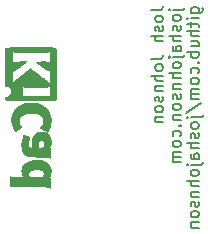
<source format=gbr>
G04 #@! TF.GenerationSoftware,KiCad,Pcbnew,(5.1.2)-1*
G04 #@! TF.CreationDate,2019-07-17T11:01:52+10:00*
G04 #@! TF.ProjectId,led-wing,6c65642d-7769-46e6-972e-6b696361645f,0*
G04 #@! TF.SameCoordinates,Original*
G04 #@! TF.FileFunction,Legend,Bot*
G04 #@! TF.FilePolarity,Positive*
%FSLAX46Y46*%
G04 Gerber Fmt 4.6, Leading zero omitted, Abs format (unit mm)*
G04 Created by KiCad (PCBNEW (5.1.2)-1) date 2019-07-17 11:01:52*
%MOMM*%
%LPD*%
G04 APERTURE LIST*
%ADD10C,0.010000*%
%ADD11C,0.150000*%
G04 APERTURE END LIST*
D10*
G36*
X104657150Y-115647464D02*
G01*
X104987052Y-115649006D01*
X105269981Y-115650566D01*
X105509761Y-115652261D01*
X105710219Y-115654208D01*
X105875181Y-115656523D01*
X106008472Y-115659322D01*
X106113918Y-115662724D01*
X106195345Y-115666844D01*
X106256580Y-115671799D01*
X106301447Y-115677707D01*
X106333774Y-115684683D01*
X106357385Y-115692845D01*
X106371650Y-115699802D01*
X106454200Y-115744904D01*
X106454200Y-114930800D01*
X106378000Y-114930800D01*
X106324452Y-114927441D01*
X106301804Y-114919351D01*
X106301800Y-114919227D01*
X106314784Y-114893109D01*
X106347537Y-114840726D01*
X106365421Y-114813903D01*
X106432647Y-114681603D01*
X106479589Y-114521937D01*
X106503338Y-114353022D01*
X106500984Y-114192977D01*
X106481247Y-114092600D01*
X106399939Y-113908538D01*
X106278200Y-113743410D01*
X106125510Y-113608517D01*
X106023694Y-113547155D01*
X105866029Y-113479731D01*
X105699951Y-113435855D01*
X105511403Y-113412714D01*
X105324913Y-113407241D01*
X105311200Y-113408002D01*
X105311200Y-114208136D01*
X105486895Y-114212634D01*
X105620414Y-114226249D01*
X105719949Y-114251477D01*
X105793691Y-114290812D01*
X105849831Y-114346751D01*
X105872170Y-114379016D01*
X105910164Y-114485421D01*
X105907176Y-114611144D01*
X105863728Y-114746203D01*
X105851773Y-114770499D01*
X105801557Y-114867300D01*
X105252487Y-114874142D01*
X104703416Y-114880985D01*
X104659454Y-114813891D01*
X104632707Y-114750360D01*
X104612044Y-114660668D01*
X104605065Y-114602633D01*
X104601970Y-114514255D01*
X104612095Y-114455291D01*
X104640683Y-114404985D01*
X104661568Y-114378927D01*
X104735167Y-114311583D01*
X104830737Y-114262664D01*
X104955234Y-114230341D01*
X105115611Y-114212787D01*
X105311200Y-114208136D01*
X105311200Y-113408002D01*
X105028965Y-113423675D01*
X104769134Y-113471542D01*
X104546509Y-113550171D01*
X104362180Y-113658889D01*
X104217237Y-113797025D01*
X104112768Y-113963906D01*
X104049864Y-114158860D01*
X104042835Y-114198170D01*
X104034575Y-114313703D01*
X104041429Y-114441063D01*
X104060852Y-114567661D01*
X104090299Y-114680912D01*
X104127225Y-114768228D01*
X104167815Y-114816262D01*
X104192282Y-114837127D01*
X104187192Y-114853170D01*
X104148657Y-114864925D01*
X104072788Y-114872924D01*
X103955701Y-114877702D01*
X103793506Y-114879793D01*
X103703670Y-114880000D01*
X103529573Y-114879477D01*
X103398217Y-114877469D01*
X103301550Y-114873311D01*
X103231519Y-114866343D01*
X103180073Y-114855901D01*
X103139158Y-114841322D01*
X103119470Y-114831938D01*
X103025200Y-114783876D01*
X103025200Y-115640228D01*
X104657150Y-115647464D01*
X104657150Y-115647464D01*
G37*
X104657150Y-115647464D02*
X104987052Y-115649006D01*
X105269981Y-115650566D01*
X105509761Y-115652261D01*
X105710219Y-115654208D01*
X105875181Y-115656523D01*
X106008472Y-115659322D01*
X106113918Y-115662724D01*
X106195345Y-115666844D01*
X106256580Y-115671799D01*
X106301447Y-115677707D01*
X106333774Y-115684683D01*
X106357385Y-115692845D01*
X106371650Y-115699802D01*
X106454200Y-115744904D01*
X106454200Y-114930800D01*
X106378000Y-114930800D01*
X106324452Y-114927441D01*
X106301804Y-114919351D01*
X106301800Y-114919227D01*
X106314784Y-114893109D01*
X106347537Y-114840726D01*
X106365421Y-114813903D01*
X106432647Y-114681603D01*
X106479589Y-114521937D01*
X106503338Y-114353022D01*
X106500984Y-114192977D01*
X106481247Y-114092600D01*
X106399939Y-113908538D01*
X106278200Y-113743410D01*
X106125510Y-113608517D01*
X106023694Y-113547155D01*
X105866029Y-113479731D01*
X105699951Y-113435855D01*
X105511403Y-113412714D01*
X105324913Y-113407241D01*
X105311200Y-113408002D01*
X105311200Y-114208136D01*
X105486895Y-114212634D01*
X105620414Y-114226249D01*
X105719949Y-114251477D01*
X105793691Y-114290812D01*
X105849831Y-114346751D01*
X105872170Y-114379016D01*
X105910164Y-114485421D01*
X105907176Y-114611144D01*
X105863728Y-114746203D01*
X105851773Y-114770499D01*
X105801557Y-114867300D01*
X105252487Y-114874142D01*
X104703416Y-114880985D01*
X104659454Y-114813891D01*
X104632707Y-114750360D01*
X104612044Y-114660668D01*
X104605065Y-114602633D01*
X104601970Y-114514255D01*
X104612095Y-114455291D01*
X104640683Y-114404985D01*
X104661568Y-114378927D01*
X104735167Y-114311583D01*
X104830737Y-114262664D01*
X104955234Y-114230341D01*
X105115611Y-114212787D01*
X105311200Y-114208136D01*
X105311200Y-113408002D01*
X105028965Y-113423675D01*
X104769134Y-113471542D01*
X104546509Y-113550171D01*
X104362180Y-113658889D01*
X104217237Y-113797025D01*
X104112768Y-113963906D01*
X104049864Y-114158860D01*
X104042835Y-114198170D01*
X104034575Y-114313703D01*
X104041429Y-114441063D01*
X104060852Y-114567661D01*
X104090299Y-114680912D01*
X104127225Y-114768228D01*
X104167815Y-114816262D01*
X104192282Y-114837127D01*
X104187192Y-114853170D01*
X104148657Y-114864925D01*
X104072788Y-114872924D01*
X103955701Y-114877702D01*
X103793506Y-114879793D01*
X103703670Y-114880000D01*
X103529573Y-114879477D01*
X103398217Y-114877469D01*
X103301550Y-114873311D01*
X103231519Y-114866343D01*
X103180073Y-114855901D01*
X103139158Y-114841322D01*
X103119470Y-114831938D01*
X103025200Y-114783876D01*
X103025200Y-115640228D01*
X104657150Y-115647464D01*
G36*
X104052359Y-112427620D02*
G01*
X104092264Y-112603576D01*
X104136895Y-112722513D01*
X104192778Y-112815098D01*
X104266360Y-112897779D01*
X104321188Y-112950917D01*
X104372829Y-112994396D01*
X104426992Y-113029291D01*
X104489387Y-113056676D01*
X104565723Y-113077624D01*
X104661710Y-113093209D01*
X104783058Y-113104504D01*
X104935475Y-113112585D01*
X105124670Y-113118523D01*
X105356355Y-113123394D01*
X105477477Y-113125549D01*
X105709434Y-113129807D01*
X105896051Y-113133930D01*
X106042785Y-113138276D01*
X106155095Y-113143203D01*
X106238437Y-113149068D01*
X106298269Y-113156231D01*
X106340049Y-113165049D01*
X106369234Y-113175880D01*
X106385527Y-113185135D01*
X106454200Y-113230171D01*
X106454200Y-112419418D01*
X106300698Y-112403500D01*
X106368483Y-112304102D01*
X106447254Y-112147946D01*
X106493178Y-111967092D01*
X106504137Y-111777295D01*
X106478011Y-111594309D01*
X106468436Y-111560834D01*
X106386112Y-111374429D01*
X106268585Y-111223520D01*
X106119321Y-111110652D01*
X105941786Y-111038375D01*
X105739443Y-111009235D01*
X105717600Y-111008788D01*
X105688545Y-111009452D01*
X105688545Y-111737707D01*
X105777884Y-111741963D01*
X105808502Y-111752090D01*
X105889089Y-111814779D01*
X105943481Y-111909723D01*
X105967352Y-112023327D01*
X105956378Y-112141996D01*
X105944508Y-112179596D01*
X105902968Y-112266783D01*
X105850366Y-112322424D01*
X105775280Y-112352894D01*
X105666289Y-112364566D01*
X105611572Y-112365400D01*
X105412800Y-112365400D01*
X105412800Y-112199484D01*
X105427824Y-112035747D01*
X105470733Y-111897128D01*
X105531555Y-111801676D01*
X105598298Y-111759069D01*
X105688545Y-111737707D01*
X105688545Y-111009452D01*
X105603273Y-111011403D01*
X105515974Y-111025051D01*
X105432311Y-111054550D01*
X105382215Y-111077882D01*
X105225636Y-111182223D01*
X105099758Y-111326604D01*
X105004878Y-111510369D01*
X104941291Y-111732862D01*
X104909295Y-111993426D01*
X104905241Y-112133794D01*
X104904800Y-112372088D01*
X104801228Y-112358196D01*
X104687960Y-112322262D01*
X104609507Y-112250344D01*
X104566163Y-112143724D01*
X104558223Y-112003687D01*
X104585980Y-111831516D01*
X104640144Y-111654509D01*
X104667413Y-111570051D01*
X104682373Y-111505058D01*
X104681908Y-111473195D01*
X104681589Y-111472862D01*
X104649872Y-111455276D01*
X104583912Y-111425180D01*
X104496745Y-111387902D01*
X104401404Y-111348773D01*
X104310925Y-111313122D01*
X104238340Y-111286280D01*
X104196685Y-111273575D01*
X104193302Y-111273200D01*
X104174617Y-111294990D01*
X104168200Y-111338447D01*
X104162037Y-111390031D01*
X104145424Y-111476850D01*
X104121175Y-111585103D01*
X104102173Y-111662297D01*
X104051360Y-111928096D01*
X104034718Y-112186776D01*
X104052359Y-112427620D01*
X104052359Y-112427620D01*
G37*
X104052359Y-112427620D02*
X104092264Y-112603576D01*
X104136895Y-112722513D01*
X104192778Y-112815098D01*
X104266360Y-112897779D01*
X104321188Y-112950917D01*
X104372829Y-112994396D01*
X104426992Y-113029291D01*
X104489387Y-113056676D01*
X104565723Y-113077624D01*
X104661710Y-113093209D01*
X104783058Y-113104504D01*
X104935475Y-113112585D01*
X105124670Y-113118523D01*
X105356355Y-113123394D01*
X105477477Y-113125549D01*
X105709434Y-113129807D01*
X105896051Y-113133930D01*
X106042785Y-113138276D01*
X106155095Y-113143203D01*
X106238437Y-113149068D01*
X106298269Y-113156231D01*
X106340049Y-113165049D01*
X106369234Y-113175880D01*
X106385527Y-113185135D01*
X106454200Y-113230171D01*
X106454200Y-112419418D01*
X106300698Y-112403500D01*
X106368483Y-112304102D01*
X106447254Y-112147946D01*
X106493178Y-111967092D01*
X106504137Y-111777295D01*
X106478011Y-111594309D01*
X106468436Y-111560834D01*
X106386112Y-111374429D01*
X106268585Y-111223520D01*
X106119321Y-111110652D01*
X105941786Y-111038375D01*
X105739443Y-111009235D01*
X105717600Y-111008788D01*
X105688545Y-111009452D01*
X105688545Y-111737707D01*
X105777884Y-111741963D01*
X105808502Y-111752090D01*
X105889089Y-111814779D01*
X105943481Y-111909723D01*
X105967352Y-112023327D01*
X105956378Y-112141996D01*
X105944508Y-112179596D01*
X105902968Y-112266783D01*
X105850366Y-112322424D01*
X105775280Y-112352894D01*
X105666289Y-112364566D01*
X105611572Y-112365400D01*
X105412800Y-112365400D01*
X105412800Y-112199484D01*
X105427824Y-112035747D01*
X105470733Y-111897128D01*
X105531555Y-111801676D01*
X105598298Y-111759069D01*
X105688545Y-111737707D01*
X105688545Y-111009452D01*
X105603273Y-111011403D01*
X105515974Y-111025051D01*
X105432311Y-111054550D01*
X105382215Y-111077882D01*
X105225636Y-111182223D01*
X105099758Y-111326604D01*
X105004878Y-111510369D01*
X104941291Y-111732862D01*
X104909295Y-111993426D01*
X104905241Y-112133794D01*
X104904800Y-112372088D01*
X104801228Y-112358196D01*
X104687960Y-112322262D01*
X104609507Y-112250344D01*
X104566163Y-112143724D01*
X104558223Y-112003687D01*
X104585980Y-111831516D01*
X104640144Y-111654509D01*
X104667413Y-111570051D01*
X104682373Y-111505058D01*
X104681908Y-111473195D01*
X104681589Y-111472862D01*
X104649872Y-111455276D01*
X104583912Y-111425180D01*
X104496745Y-111387902D01*
X104401404Y-111348773D01*
X104310925Y-111313122D01*
X104238340Y-111286280D01*
X104196685Y-111273575D01*
X104193302Y-111273200D01*
X104174617Y-111294990D01*
X104168200Y-111338447D01*
X104162037Y-111390031D01*
X104145424Y-111476850D01*
X104121175Y-111585103D01*
X104102173Y-111662297D01*
X104051360Y-111928096D01*
X104034718Y-112186776D01*
X104052359Y-112427620D01*
G36*
X103206341Y-110344676D02*
G01*
X103216143Y-110385911D01*
X103238829Y-110456879D01*
X103274963Y-110552173D01*
X103319187Y-110659521D01*
X103366147Y-110766653D01*
X103410487Y-110861298D01*
X103446851Y-110931185D01*
X103467598Y-110962064D01*
X103490582Y-110952374D01*
X103545508Y-110920036D01*
X103622651Y-110871464D01*
X103712288Y-110813074D01*
X103804695Y-110751281D01*
X103890151Y-110692502D01*
X103958930Y-110643152D01*
X104000159Y-110610677D01*
X103997624Y-110582236D01*
X103967335Y-110530081D01*
X103933312Y-110486407D01*
X103841226Y-110341298D01*
X103795559Y-110176487D01*
X103794284Y-110018098D01*
X103834902Y-109847398D01*
X103918127Y-109703259D01*
X104042925Y-109586245D01*
X104208260Y-109496919D01*
X104413097Y-109435843D01*
X104656401Y-109403581D01*
X104930200Y-109400426D01*
X105177826Y-109421867D01*
X105383741Y-109466984D01*
X105552105Y-109537630D01*
X105687080Y-109635657D01*
X105792826Y-109762917D01*
X105811151Y-109792579D01*
X105851415Y-109869773D01*
X105872876Y-109941238D01*
X105880676Y-110029027D01*
X105881009Y-110092100D01*
X105865354Y-110251817D01*
X105817392Y-110390547D01*
X105730613Y-110524625D01*
X105688663Y-110574846D01*
X105644162Y-110629092D01*
X105620225Y-110665414D01*
X105618969Y-110673055D01*
X105652288Y-110695216D01*
X105716333Y-110734498D01*
X105801348Y-110785230D01*
X105897575Y-110841743D01*
X105995257Y-110898366D01*
X106084636Y-110949431D01*
X106155956Y-110989265D01*
X106199460Y-111012201D01*
X106208180Y-111015453D01*
X106221554Y-110990218D01*
X106252253Y-110932344D01*
X106293786Y-110854062D01*
X106296230Y-110849457D01*
X106376612Y-110687147D01*
X106431928Y-110544212D01*
X106466986Y-110402272D01*
X106486593Y-110242947D01*
X106494340Y-110092100D01*
X106495569Y-109899285D01*
X106486113Y-109747250D01*
X106470565Y-109656436D01*
X106385718Y-109424201D01*
X106256718Y-109211159D01*
X106087906Y-109021366D01*
X105883623Y-108858878D01*
X105648209Y-108727752D01*
X105386005Y-108632044D01*
X105369632Y-108627548D01*
X105183026Y-108591250D01*
X104968920Y-108572345D01*
X104745257Y-108570823D01*
X104529982Y-108586669D01*
X104341040Y-108619872D01*
X104309044Y-108628297D01*
X104035435Y-108730061D01*
X103789468Y-108872732D01*
X103574653Y-109053804D01*
X103394495Y-109270770D01*
X103380082Y-109292000D01*
X103287504Y-109469644D01*
X103221748Y-109677698D01*
X103184907Y-109902198D01*
X103179073Y-110129178D01*
X103206341Y-110344676D01*
X103206341Y-110344676D01*
G37*
X103206341Y-110344676D02*
X103216143Y-110385911D01*
X103238829Y-110456879D01*
X103274963Y-110552173D01*
X103319187Y-110659521D01*
X103366147Y-110766653D01*
X103410487Y-110861298D01*
X103446851Y-110931185D01*
X103467598Y-110962064D01*
X103490582Y-110952374D01*
X103545508Y-110920036D01*
X103622651Y-110871464D01*
X103712288Y-110813074D01*
X103804695Y-110751281D01*
X103890151Y-110692502D01*
X103958930Y-110643152D01*
X104000159Y-110610677D01*
X103997624Y-110582236D01*
X103967335Y-110530081D01*
X103933312Y-110486407D01*
X103841226Y-110341298D01*
X103795559Y-110176487D01*
X103794284Y-110018098D01*
X103834902Y-109847398D01*
X103918127Y-109703259D01*
X104042925Y-109586245D01*
X104208260Y-109496919D01*
X104413097Y-109435843D01*
X104656401Y-109403581D01*
X104930200Y-109400426D01*
X105177826Y-109421867D01*
X105383741Y-109466984D01*
X105552105Y-109537630D01*
X105687080Y-109635657D01*
X105792826Y-109762917D01*
X105811151Y-109792579D01*
X105851415Y-109869773D01*
X105872876Y-109941238D01*
X105880676Y-110029027D01*
X105881009Y-110092100D01*
X105865354Y-110251817D01*
X105817392Y-110390547D01*
X105730613Y-110524625D01*
X105688663Y-110574846D01*
X105644162Y-110629092D01*
X105620225Y-110665414D01*
X105618969Y-110673055D01*
X105652288Y-110695216D01*
X105716333Y-110734498D01*
X105801348Y-110785230D01*
X105897575Y-110841743D01*
X105995257Y-110898366D01*
X106084636Y-110949431D01*
X106155956Y-110989265D01*
X106199460Y-111012201D01*
X106208180Y-111015453D01*
X106221554Y-110990218D01*
X106252253Y-110932344D01*
X106293786Y-110854062D01*
X106296230Y-110849457D01*
X106376612Y-110687147D01*
X106431928Y-110544212D01*
X106466986Y-110402272D01*
X106486593Y-110242947D01*
X106494340Y-110092100D01*
X106495569Y-109899285D01*
X106486113Y-109747250D01*
X106470565Y-109656436D01*
X106385718Y-109424201D01*
X106256718Y-109211159D01*
X106087906Y-109021366D01*
X105883623Y-108858878D01*
X105648209Y-108727752D01*
X105386005Y-108632044D01*
X105369632Y-108627548D01*
X105183026Y-108591250D01*
X104968920Y-108572345D01*
X104745257Y-108570823D01*
X104529982Y-108586669D01*
X104341040Y-108619872D01*
X104309044Y-108628297D01*
X104035435Y-108730061D01*
X103789468Y-108872732D01*
X103574653Y-109053804D01*
X103394495Y-109270770D01*
X103380082Y-109292000D01*
X103287504Y-109469644D01*
X103221748Y-109677698D01*
X103184907Y-109902198D01*
X103179073Y-110129178D01*
X103206341Y-110344676D01*
G36*
X102642699Y-108251363D02*
G01*
X102649976Y-108273155D01*
X102666420Y-108291586D01*
X102695197Y-108306935D01*
X102739474Y-108319481D01*
X102802418Y-108329505D01*
X102887194Y-108337283D01*
X102996971Y-108343096D01*
X103134914Y-108347223D01*
X103304191Y-108349943D01*
X103507968Y-108351535D01*
X103749411Y-108352277D01*
X104031687Y-108352450D01*
X104357964Y-108352332D01*
X104731407Y-108352203D01*
X104790500Y-108352200D01*
X105165884Y-108352122D01*
X105493711Y-108351849D01*
X105777221Y-108351318D01*
X106019658Y-108350469D01*
X106224261Y-108349240D01*
X106394274Y-108347569D01*
X106532939Y-108345395D01*
X106643496Y-108342657D01*
X106729188Y-108339292D01*
X106793257Y-108335241D01*
X106838944Y-108330441D01*
X106869492Y-108324831D01*
X106888141Y-108318349D01*
X106896885Y-108312285D01*
X106903992Y-108301209D01*
X106910213Y-108281001D01*
X106915606Y-108248490D01*
X106920229Y-108200503D01*
X106924140Y-108133867D01*
X106927396Y-108045410D01*
X106930056Y-107931960D01*
X106932175Y-107790344D01*
X106933813Y-107617390D01*
X106935028Y-107409924D01*
X106935876Y-107164776D01*
X106936415Y-106878771D01*
X106936703Y-106548739D01*
X106936798Y-106171505D01*
X106936800Y-106116999D01*
X106936726Y-105733176D01*
X106936467Y-105396980D01*
X106935965Y-105105239D01*
X106935162Y-104854781D01*
X106934000Y-104642432D01*
X106932422Y-104465021D01*
X106930371Y-104319375D01*
X106927787Y-104202322D01*
X106924615Y-104110688D01*
X106920795Y-104041303D01*
X106916271Y-103990992D01*
X106910985Y-103956584D01*
X106904879Y-103934907D01*
X106897895Y-103922787D01*
X106896885Y-103921714D01*
X106885627Y-103914465D01*
X106865152Y-103908138D01*
X106832219Y-103902672D01*
X106783586Y-103898006D01*
X106716011Y-103894078D01*
X106626252Y-103890826D01*
X106511068Y-103888190D01*
X106367217Y-103886107D01*
X106191456Y-103884517D01*
X105980544Y-103883358D01*
X105731239Y-103882568D01*
X105440300Y-103882086D01*
X105104484Y-103881851D01*
X104790500Y-103881800D01*
X104415115Y-103881877D01*
X104087288Y-103882150D01*
X103803778Y-103882681D01*
X103561341Y-103883530D01*
X103356738Y-103884759D01*
X103235729Y-103885948D01*
X103235729Y-104161199D01*
X103260638Y-104171637D01*
X103314844Y-104197944D01*
X103342699Y-104211999D01*
X103365774Y-104222932D01*
X103391420Y-104232174D01*
X103423859Y-104239867D01*
X103467308Y-104246152D01*
X103525988Y-104251172D01*
X103604117Y-104255068D01*
X103705917Y-104257983D01*
X103835605Y-104260057D01*
X103997401Y-104261434D01*
X104195525Y-104262254D01*
X104434197Y-104262659D01*
X104717635Y-104262791D01*
X104854290Y-104262799D01*
X105117726Y-104262439D01*
X105366037Y-104261402D01*
X105594556Y-104259756D01*
X105798618Y-104257568D01*
X105973558Y-104254903D01*
X106114711Y-104251830D01*
X106217410Y-104248415D01*
X106276991Y-104244724D01*
X106290370Y-104242224D01*
X106330136Y-104217800D01*
X106384350Y-104191968D01*
X106454200Y-104162289D01*
X106453811Y-104688794D01*
X106452849Y-104843967D01*
X106450381Y-104978350D01*
X106446674Y-105084999D01*
X106441992Y-105156970D01*
X106436600Y-105187319D01*
X106434761Y-105187094D01*
X106400826Y-105157145D01*
X106342626Y-105121332D01*
X106334811Y-105117244D01*
X106297521Y-105102318D01*
X106247267Y-105091307D01*
X106176556Y-105083669D01*
X106077898Y-105078866D01*
X105943800Y-105076356D01*
X105766772Y-105075601D01*
X105756961Y-105075600D01*
X105579347Y-105076833D01*
X105436876Y-105080396D01*
X105333727Y-105086078D01*
X105274078Y-105093672D01*
X105260400Y-105100414D01*
X105279770Y-105129914D01*
X105326744Y-105167641D01*
X105330250Y-105169915D01*
X105387268Y-105210493D01*
X105425500Y-105244699D01*
X105462632Y-105275147D01*
X105524966Y-105315083D01*
X105548833Y-105328671D01*
X105615930Y-105370820D01*
X105704720Y-105433527D01*
X105798064Y-105504592D01*
X105815533Y-105518542D01*
X105958344Y-105626661D01*
X106094967Y-105717138D01*
X106217349Y-105785389D01*
X106317440Y-105826831D01*
X106375923Y-105837600D01*
X106454200Y-105837600D01*
X106454200Y-106964055D01*
X106440488Y-106951929D01*
X106440488Y-107107600D01*
X106444757Y-107131699D01*
X106448485Y-107198796D01*
X106451448Y-107301089D01*
X106453426Y-107430778D01*
X106454196Y-107580061D01*
X106454200Y-107590200D01*
X106453408Y-107766967D01*
X106450806Y-107898101D01*
X106446056Y-107988747D01*
X106438818Y-108044050D01*
X106428752Y-108069156D01*
X106422450Y-108071992D01*
X106378554Y-108057038D01*
X106341395Y-108033892D01*
X106322692Y-108024698D01*
X106290195Y-108017102D01*
X106239498Y-108010959D01*
X106166196Y-108006127D01*
X106065883Y-108002464D01*
X105934154Y-107999826D01*
X105766604Y-107998070D01*
X105558827Y-107997053D01*
X105306418Y-107996633D01*
X105192045Y-107996600D01*
X104092000Y-107996600D01*
X104092000Y-107131695D01*
X104166938Y-107170447D01*
X104192815Y-107180478D01*
X104231092Y-107188667D01*
X104286607Y-107195192D01*
X104364197Y-107200226D01*
X104468700Y-107203947D01*
X104604954Y-107206529D01*
X104777797Y-107208148D01*
X104992067Y-107208979D01*
X105234750Y-107209200D01*
X105486440Y-107209086D01*
X105692511Y-107208585D01*
X105858147Y-107207455D01*
X105988527Y-107205455D01*
X106088835Y-107202345D01*
X106164251Y-107197883D01*
X106219957Y-107191829D01*
X106261135Y-107183941D01*
X106292967Y-107173979D01*
X106320635Y-107161701D01*
X106327200Y-107158400D01*
X106390636Y-107127490D01*
X106433110Y-107109480D01*
X106440488Y-107107600D01*
X106440488Y-106951929D01*
X106384570Y-106902477D01*
X106335266Y-106858555D01*
X106304290Y-106830373D01*
X106302020Y-106828200D01*
X106238905Y-106770445D01*
X106154689Y-106698963D01*
X106062065Y-106623897D01*
X105973725Y-106555391D01*
X105902361Y-106503588D01*
X105870547Y-106483376D01*
X105806584Y-106443155D01*
X105715299Y-106379662D01*
X105608680Y-106301804D01*
X105498715Y-106218487D01*
X105397390Y-106138617D01*
X105322607Y-106076273D01*
X105245548Y-106015829D01*
X105161943Y-105959159D01*
X105155050Y-105954978D01*
X104956936Y-105827637D01*
X104826356Y-105731994D01*
X104735212Y-105662036D01*
X104647760Y-105743468D01*
X104568661Y-105813660D01*
X104461892Y-105903715D01*
X104340451Y-106003057D01*
X104217339Y-106101107D01*
X104105555Y-106187289D01*
X104066815Y-106216151D01*
X103686892Y-106520941D01*
X103429787Y-106760279D01*
X103228400Y-106959059D01*
X103228400Y-106413747D01*
X103228523Y-106228550D01*
X103229861Y-106087998D01*
X103233867Y-105985937D01*
X103241993Y-105916212D01*
X103255691Y-105872669D01*
X103276416Y-105849153D01*
X103305618Y-105839511D01*
X103344751Y-105837586D01*
X103364390Y-105837600D01*
X103417842Y-105822012D01*
X103485121Y-105782941D01*
X103508362Y-105765299D01*
X103585668Y-105706652D01*
X103676586Y-105643890D01*
X103711000Y-105621802D01*
X103777764Y-105578552D01*
X103824931Y-105544912D01*
X103838000Y-105533239D01*
X103867339Y-105503445D01*
X103923018Y-105454245D01*
X103994108Y-105394522D01*
X104069681Y-105333162D01*
X104138808Y-105279047D01*
X104190561Y-105241063D01*
X104213483Y-105228000D01*
X104242974Y-105211182D01*
X104290717Y-105169146D01*
X104307900Y-105151799D01*
X104380904Y-105075599D01*
X103961088Y-105075600D01*
X103778302Y-105077193D01*
X103635476Y-105082895D01*
X103521840Y-105094093D01*
X103426629Y-105112172D01*
X103339075Y-105138518D01*
X103272850Y-105164164D01*
X103257771Y-105167394D01*
X103246538Y-105158649D01*
X103238591Y-105131705D01*
X103233367Y-105080338D01*
X103230303Y-104998324D01*
X103228838Y-104879439D01*
X103228410Y-104717460D01*
X103228400Y-104671917D01*
X103228746Y-104517083D01*
X103229712Y-104381122D01*
X103231190Y-104271617D01*
X103233071Y-104196151D01*
X103235245Y-104162308D01*
X103235729Y-104161199D01*
X103235729Y-103885948D01*
X103186725Y-103886430D01*
X103048060Y-103888604D01*
X102937503Y-103891342D01*
X102851811Y-103894707D01*
X102787742Y-103898758D01*
X102742055Y-103903558D01*
X102711507Y-103909168D01*
X102692858Y-103915650D01*
X102684114Y-103921714D01*
X102675934Y-103934178D01*
X102668938Y-103956437D01*
X102663034Y-103992191D01*
X102658133Y-104045141D01*
X102654144Y-104118988D01*
X102650978Y-104217431D01*
X102648544Y-104344173D01*
X102646752Y-104502913D01*
X102645511Y-104697353D01*
X102644733Y-104931193D01*
X102644326Y-105208135D01*
X102644200Y-105531878D01*
X102644200Y-107158400D01*
X102740418Y-107158400D01*
X102856335Y-107178479D01*
X102975000Y-107231525D01*
X103075991Y-107306754D01*
X103120244Y-107359006D01*
X103167370Y-107472546D01*
X103177636Y-107603500D01*
X103153918Y-107737628D01*
X103099089Y-107860690D01*
X103016023Y-107958448D01*
X102996147Y-107973800D01*
X102895428Y-108020806D01*
X102779877Y-108042439D01*
X102644199Y-108053690D01*
X102644200Y-108163030D01*
X102642977Y-108196580D01*
X102641421Y-108225931D01*
X102642699Y-108251363D01*
X102642699Y-108251363D01*
G37*
X102642699Y-108251363D02*
X102649976Y-108273155D01*
X102666420Y-108291586D01*
X102695197Y-108306935D01*
X102739474Y-108319481D01*
X102802418Y-108329505D01*
X102887194Y-108337283D01*
X102996971Y-108343096D01*
X103134914Y-108347223D01*
X103304191Y-108349943D01*
X103507968Y-108351535D01*
X103749411Y-108352277D01*
X104031687Y-108352450D01*
X104357964Y-108352332D01*
X104731407Y-108352203D01*
X104790500Y-108352200D01*
X105165884Y-108352122D01*
X105493711Y-108351849D01*
X105777221Y-108351318D01*
X106019658Y-108350469D01*
X106224261Y-108349240D01*
X106394274Y-108347569D01*
X106532939Y-108345395D01*
X106643496Y-108342657D01*
X106729188Y-108339292D01*
X106793257Y-108335241D01*
X106838944Y-108330441D01*
X106869492Y-108324831D01*
X106888141Y-108318349D01*
X106896885Y-108312285D01*
X106903992Y-108301209D01*
X106910213Y-108281001D01*
X106915606Y-108248490D01*
X106920229Y-108200503D01*
X106924140Y-108133867D01*
X106927396Y-108045410D01*
X106930056Y-107931960D01*
X106932175Y-107790344D01*
X106933813Y-107617390D01*
X106935028Y-107409924D01*
X106935876Y-107164776D01*
X106936415Y-106878771D01*
X106936703Y-106548739D01*
X106936798Y-106171505D01*
X106936800Y-106116999D01*
X106936726Y-105733176D01*
X106936467Y-105396980D01*
X106935965Y-105105239D01*
X106935162Y-104854781D01*
X106934000Y-104642432D01*
X106932422Y-104465021D01*
X106930371Y-104319375D01*
X106927787Y-104202322D01*
X106924615Y-104110688D01*
X106920795Y-104041303D01*
X106916271Y-103990992D01*
X106910985Y-103956584D01*
X106904879Y-103934907D01*
X106897895Y-103922787D01*
X106896885Y-103921714D01*
X106885627Y-103914465D01*
X106865152Y-103908138D01*
X106832219Y-103902672D01*
X106783586Y-103898006D01*
X106716011Y-103894078D01*
X106626252Y-103890826D01*
X106511068Y-103888190D01*
X106367217Y-103886107D01*
X106191456Y-103884517D01*
X105980544Y-103883358D01*
X105731239Y-103882568D01*
X105440300Y-103882086D01*
X105104484Y-103881851D01*
X104790500Y-103881800D01*
X104415115Y-103881877D01*
X104087288Y-103882150D01*
X103803778Y-103882681D01*
X103561341Y-103883530D01*
X103356738Y-103884759D01*
X103235729Y-103885948D01*
X103235729Y-104161199D01*
X103260638Y-104171637D01*
X103314844Y-104197944D01*
X103342699Y-104211999D01*
X103365774Y-104222932D01*
X103391420Y-104232174D01*
X103423859Y-104239867D01*
X103467308Y-104246152D01*
X103525988Y-104251172D01*
X103604117Y-104255068D01*
X103705917Y-104257983D01*
X103835605Y-104260057D01*
X103997401Y-104261434D01*
X104195525Y-104262254D01*
X104434197Y-104262659D01*
X104717635Y-104262791D01*
X104854290Y-104262799D01*
X105117726Y-104262439D01*
X105366037Y-104261402D01*
X105594556Y-104259756D01*
X105798618Y-104257568D01*
X105973558Y-104254903D01*
X106114711Y-104251830D01*
X106217410Y-104248415D01*
X106276991Y-104244724D01*
X106290370Y-104242224D01*
X106330136Y-104217800D01*
X106384350Y-104191968D01*
X106454200Y-104162289D01*
X106453811Y-104688794D01*
X106452849Y-104843967D01*
X106450381Y-104978350D01*
X106446674Y-105084999D01*
X106441992Y-105156970D01*
X106436600Y-105187319D01*
X106434761Y-105187094D01*
X106400826Y-105157145D01*
X106342626Y-105121332D01*
X106334811Y-105117244D01*
X106297521Y-105102318D01*
X106247267Y-105091307D01*
X106176556Y-105083669D01*
X106077898Y-105078866D01*
X105943800Y-105076356D01*
X105766772Y-105075601D01*
X105756961Y-105075600D01*
X105579347Y-105076833D01*
X105436876Y-105080396D01*
X105333727Y-105086078D01*
X105274078Y-105093672D01*
X105260400Y-105100414D01*
X105279770Y-105129914D01*
X105326744Y-105167641D01*
X105330250Y-105169915D01*
X105387268Y-105210493D01*
X105425500Y-105244699D01*
X105462632Y-105275147D01*
X105524966Y-105315083D01*
X105548833Y-105328671D01*
X105615930Y-105370820D01*
X105704720Y-105433527D01*
X105798064Y-105504592D01*
X105815533Y-105518542D01*
X105958344Y-105626661D01*
X106094967Y-105717138D01*
X106217349Y-105785389D01*
X106317440Y-105826831D01*
X106375923Y-105837600D01*
X106454200Y-105837600D01*
X106454200Y-106964055D01*
X106440488Y-106951929D01*
X106440488Y-107107600D01*
X106444757Y-107131699D01*
X106448485Y-107198796D01*
X106451448Y-107301089D01*
X106453426Y-107430778D01*
X106454196Y-107580061D01*
X106454200Y-107590200D01*
X106453408Y-107766967D01*
X106450806Y-107898101D01*
X106446056Y-107988747D01*
X106438818Y-108044050D01*
X106428752Y-108069156D01*
X106422450Y-108071992D01*
X106378554Y-108057038D01*
X106341395Y-108033892D01*
X106322692Y-108024698D01*
X106290195Y-108017102D01*
X106239498Y-108010959D01*
X106166196Y-108006127D01*
X106065883Y-108002464D01*
X105934154Y-107999826D01*
X105766604Y-107998070D01*
X105558827Y-107997053D01*
X105306418Y-107996633D01*
X105192045Y-107996600D01*
X104092000Y-107996600D01*
X104092000Y-107131695D01*
X104166938Y-107170447D01*
X104192815Y-107180478D01*
X104231092Y-107188667D01*
X104286607Y-107195192D01*
X104364197Y-107200226D01*
X104468700Y-107203947D01*
X104604954Y-107206529D01*
X104777797Y-107208148D01*
X104992067Y-107208979D01*
X105234750Y-107209200D01*
X105486440Y-107209086D01*
X105692511Y-107208585D01*
X105858147Y-107207455D01*
X105988527Y-107205455D01*
X106088835Y-107202345D01*
X106164251Y-107197883D01*
X106219957Y-107191829D01*
X106261135Y-107183941D01*
X106292967Y-107173979D01*
X106320635Y-107161701D01*
X106327200Y-107158400D01*
X106390636Y-107127490D01*
X106433110Y-107109480D01*
X106440488Y-107107600D01*
X106440488Y-106951929D01*
X106384570Y-106902477D01*
X106335266Y-106858555D01*
X106304290Y-106830373D01*
X106302020Y-106828200D01*
X106238905Y-106770445D01*
X106154689Y-106698963D01*
X106062065Y-106623897D01*
X105973725Y-106555391D01*
X105902361Y-106503588D01*
X105870547Y-106483376D01*
X105806584Y-106443155D01*
X105715299Y-106379662D01*
X105608680Y-106301804D01*
X105498715Y-106218487D01*
X105397390Y-106138617D01*
X105322607Y-106076273D01*
X105245548Y-106015829D01*
X105161943Y-105959159D01*
X105155050Y-105954978D01*
X104956936Y-105827637D01*
X104826356Y-105731994D01*
X104735212Y-105662036D01*
X104647760Y-105743468D01*
X104568661Y-105813660D01*
X104461892Y-105903715D01*
X104340451Y-106003057D01*
X104217339Y-106101107D01*
X104105555Y-106187289D01*
X104066815Y-106216151D01*
X103686892Y-106520941D01*
X103429787Y-106760279D01*
X103228400Y-106959059D01*
X103228400Y-106413747D01*
X103228523Y-106228550D01*
X103229861Y-106087998D01*
X103233867Y-105985937D01*
X103241993Y-105916212D01*
X103255691Y-105872669D01*
X103276416Y-105849153D01*
X103305618Y-105839511D01*
X103344751Y-105837586D01*
X103364390Y-105837600D01*
X103417842Y-105822012D01*
X103485121Y-105782941D01*
X103508362Y-105765299D01*
X103585668Y-105706652D01*
X103676586Y-105643890D01*
X103711000Y-105621802D01*
X103777764Y-105578552D01*
X103824931Y-105544912D01*
X103838000Y-105533239D01*
X103867339Y-105503445D01*
X103923018Y-105454245D01*
X103994108Y-105394522D01*
X104069681Y-105333162D01*
X104138808Y-105279047D01*
X104190561Y-105241063D01*
X104213483Y-105228000D01*
X104242974Y-105211182D01*
X104290717Y-105169146D01*
X104307900Y-105151799D01*
X104380904Y-105075599D01*
X103961088Y-105075600D01*
X103778302Y-105077193D01*
X103635476Y-105082895D01*
X103521840Y-105094093D01*
X103426629Y-105112172D01*
X103339075Y-105138518D01*
X103272850Y-105164164D01*
X103257771Y-105167394D01*
X103246538Y-105158649D01*
X103238591Y-105131705D01*
X103233367Y-105080338D01*
X103230303Y-104998324D01*
X103228838Y-104879439D01*
X103228410Y-104717460D01*
X103228400Y-104671917D01*
X103228746Y-104517083D01*
X103229712Y-104381122D01*
X103231190Y-104271617D01*
X103233071Y-104196151D01*
X103235245Y-104162308D01*
X103235729Y-104161199D01*
X103235729Y-103885948D01*
X103186725Y-103886430D01*
X103048060Y-103888604D01*
X102937503Y-103891342D01*
X102851811Y-103894707D01*
X102787742Y-103898758D01*
X102742055Y-103903558D01*
X102711507Y-103909168D01*
X102692858Y-103915650D01*
X102684114Y-103921714D01*
X102675934Y-103934178D01*
X102668938Y-103956437D01*
X102663034Y-103992191D01*
X102658133Y-104045141D01*
X102654144Y-104118988D01*
X102650978Y-104217431D01*
X102648544Y-104344173D01*
X102646752Y-104502913D01*
X102645511Y-104697353D01*
X102644733Y-104931193D01*
X102644326Y-105208135D01*
X102644200Y-105531878D01*
X102644200Y-107158400D01*
X102740418Y-107158400D01*
X102856335Y-107178479D01*
X102975000Y-107231525D01*
X103075991Y-107306754D01*
X103120244Y-107359006D01*
X103167370Y-107472546D01*
X103177636Y-107603500D01*
X103153918Y-107737628D01*
X103099089Y-107860690D01*
X103016023Y-107958448D01*
X102996147Y-107973800D01*
X102895428Y-108020806D01*
X102779877Y-108042439D01*
X102644199Y-108053690D01*
X102644200Y-108163030D01*
X102642977Y-108196580D01*
X102641421Y-108225931D01*
X102642699Y-108251363D01*
D11*
X118367714Y-100942647D02*
X119177238Y-100942647D01*
X119272476Y-100895028D01*
X119320095Y-100847409D01*
X119367714Y-100752171D01*
X119367714Y-100609314D01*
X119320095Y-100514076D01*
X118986761Y-100942647D02*
X119034380Y-100847409D01*
X119034380Y-100656933D01*
X118986761Y-100561695D01*
X118939142Y-100514076D01*
X118843904Y-100466457D01*
X118558190Y-100466457D01*
X118462952Y-100514076D01*
X118415333Y-100561695D01*
X118367714Y-100656933D01*
X118367714Y-100847409D01*
X118415333Y-100942647D01*
X119034380Y-101418838D02*
X118367714Y-101418838D01*
X118034380Y-101418838D02*
X118082000Y-101371219D01*
X118129619Y-101418838D01*
X118082000Y-101466457D01*
X118034380Y-101418838D01*
X118129619Y-101418838D01*
X118367714Y-101752171D02*
X118367714Y-102133123D01*
X118034380Y-101895028D02*
X118891523Y-101895028D01*
X118986761Y-101942647D01*
X119034380Y-102037885D01*
X119034380Y-102133123D01*
X119034380Y-102466457D02*
X118034380Y-102466457D01*
X119034380Y-102895028D02*
X118510571Y-102895028D01*
X118415333Y-102847409D01*
X118367714Y-102752171D01*
X118367714Y-102609314D01*
X118415333Y-102514076D01*
X118462952Y-102466457D01*
X118367714Y-103799790D02*
X119034380Y-103799790D01*
X118367714Y-103371219D02*
X118891523Y-103371219D01*
X118986761Y-103418838D01*
X119034380Y-103514076D01*
X119034380Y-103656933D01*
X118986761Y-103752171D01*
X118939142Y-103799790D01*
X119034380Y-104275980D02*
X118034380Y-104275980D01*
X118415333Y-104275980D02*
X118367714Y-104371219D01*
X118367714Y-104561695D01*
X118415333Y-104656933D01*
X118462952Y-104704552D01*
X118558190Y-104752171D01*
X118843904Y-104752171D01*
X118939142Y-104704552D01*
X118986761Y-104656933D01*
X119034380Y-104561695D01*
X119034380Y-104371219D01*
X118986761Y-104275980D01*
X118939142Y-105180742D02*
X118986761Y-105228361D01*
X119034380Y-105180742D01*
X118986761Y-105133123D01*
X118939142Y-105180742D01*
X119034380Y-105180742D01*
X118986761Y-106085504D02*
X119034380Y-105990266D01*
X119034380Y-105799790D01*
X118986761Y-105704552D01*
X118939142Y-105656933D01*
X118843904Y-105609314D01*
X118558190Y-105609314D01*
X118462952Y-105656933D01*
X118415333Y-105704552D01*
X118367714Y-105799790D01*
X118367714Y-105990266D01*
X118415333Y-106085504D01*
X119034380Y-106656933D02*
X118986761Y-106561695D01*
X118939142Y-106514076D01*
X118843904Y-106466457D01*
X118558190Y-106466457D01*
X118462952Y-106514076D01*
X118415333Y-106561695D01*
X118367714Y-106656933D01*
X118367714Y-106799790D01*
X118415333Y-106895028D01*
X118462952Y-106942647D01*
X118558190Y-106990266D01*
X118843904Y-106990266D01*
X118939142Y-106942647D01*
X118986761Y-106895028D01*
X119034380Y-106799790D01*
X119034380Y-106656933D01*
X119034380Y-107418838D02*
X118367714Y-107418838D01*
X118462952Y-107418838D02*
X118415333Y-107466457D01*
X118367714Y-107561695D01*
X118367714Y-107704552D01*
X118415333Y-107799790D01*
X118510571Y-107847409D01*
X119034380Y-107847409D01*
X118510571Y-107847409D02*
X118415333Y-107895028D01*
X118367714Y-107990266D01*
X118367714Y-108133123D01*
X118415333Y-108228361D01*
X118510571Y-108275980D01*
X119034380Y-108275980D01*
X117986761Y-109466457D02*
X119272476Y-108609314D01*
X118367714Y-109799790D02*
X119224857Y-109799790D01*
X119320095Y-109752171D01*
X119367714Y-109656933D01*
X119367714Y-109609314D01*
X118034380Y-109799790D02*
X118082000Y-109752171D01*
X118129619Y-109799790D01*
X118082000Y-109847409D01*
X118034380Y-109799790D01*
X118129619Y-109799790D01*
X119034380Y-110418838D02*
X118986761Y-110323600D01*
X118939142Y-110275980D01*
X118843904Y-110228361D01*
X118558190Y-110228361D01*
X118462952Y-110275980D01*
X118415333Y-110323600D01*
X118367714Y-110418838D01*
X118367714Y-110561695D01*
X118415333Y-110656933D01*
X118462952Y-110704552D01*
X118558190Y-110752171D01*
X118843904Y-110752171D01*
X118939142Y-110704552D01*
X118986761Y-110656933D01*
X119034380Y-110561695D01*
X119034380Y-110418838D01*
X118986761Y-111133123D02*
X119034380Y-111228361D01*
X119034380Y-111418838D01*
X118986761Y-111514076D01*
X118891523Y-111561695D01*
X118843904Y-111561695D01*
X118748666Y-111514076D01*
X118701047Y-111418838D01*
X118701047Y-111275980D01*
X118653428Y-111180742D01*
X118558190Y-111133123D01*
X118510571Y-111133123D01*
X118415333Y-111180742D01*
X118367714Y-111275980D01*
X118367714Y-111418838D01*
X118415333Y-111514076D01*
X119034380Y-111990266D02*
X118034380Y-111990266D01*
X119034380Y-112418838D02*
X118510571Y-112418838D01*
X118415333Y-112371219D01*
X118367714Y-112275980D01*
X118367714Y-112133123D01*
X118415333Y-112037885D01*
X118462952Y-111990266D01*
X119034380Y-113323600D02*
X118510571Y-113323600D01*
X118415333Y-113275980D01*
X118367714Y-113180742D01*
X118367714Y-112990266D01*
X118415333Y-112895028D01*
X118986761Y-113323600D02*
X119034380Y-113228361D01*
X119034380Y-112990266D01*
X118986761Y-112895028D01*
X118891523Y-112847409D01*
X118796285Y-112847409D01*
X118701047Y-112895028D01*
X118653428Y-112990266D01*
X118653428Y-113228361D01*
X118605809Y-113323600D01*
X118367714Y-113799790D02*
X119224857Y-113799790D01*
X119320095Y-113752171D01*
X119367714Y-113656933D01*
X119367714Y-113609314D01*
X118034380Y-113799790D02*
X118082000Y-113752171D01*
X118129619Y-113799790D01*
X118082000Y-113847409D01*
X118034380Y-113799790D01*
X118129619Y-113799790D01*
X119034380Y-114418838D02*
X118986761Y-114323600D01*
X118939142Y-114275980D01*
X118843904Y-114228361D01*
X118558190Y-114228361D01*
X118462952Y-114275980D01*
X118415333Y-114323600D01*
X118367714Y-114418838D01*
X118367714Y-114561695D01*
X118415333Y-114656933D01*
X118462952Y-114704552D01*
X118558190Y-114752171D01*
X118843904Y-114752171D01*
X118939142Y-114704552D01*
X118986761Y-114656933D01*
X119034380Y-114561695D01*
X119034380Y-114418838D01*
X119034380Y-115180742D02*
X118034380Y-115180742D01*
X119034380Y-115609314D02*
X118510571Y-115609314D01*
X118415333Y-115561695D01*
X118367714Y-115466457D01*
X118367714Y-115323600D01*
X118415333Y-115228361D01*
X118462952Y-115180742D01*
X118367714Y-116085504D02*
X119034380Y-116085504D01*
X118462952Y-116085504D02*
X118415333Y-116133123D01*
X118367714Y-116228361D01*
X118367714Y-116371219D01*
X118415333Y-116466457D01*
X118510571Y-116514076D01*
X119034380Y-116514076D01*
X118986761Y-116942647D02*
X119034380Y-117037885D01*
X119034380Y-117228361D01*
X118986761Y-117323600D01*
X118891523Y-117371219D01*
X118843904Y-117371219D01*
X118748666Y-117323600D01*
X118701047Y-117228361D01*
X118701047Y-117085504D01*
X118653428Y-116990266D01*
X118558190Y-116942647D01*
X118510571Y-116942647D01*
X118415333Y-116990266D01*
X118367714Y-117085504D01*
X118367714Y-117228361D01*
X118415333Y-117323600D01*
X119034380Y-117942647D02*
X118986761Y-117847409D01*
X118939142Y-117799790D01*
X118843904Y-117752171D01*
X118558190Y-117752171D01*
X118462952Y-117799790D01*
X118415333Y-117847409D01*
X118367714Y-117942647D01*
X118367714Y-118085504D01*
X118415333Y-118180742D01*
X118462952Y-118228361D01*
X118558190Y-118275980D01*
X118843904Y-118275980D01*
X118939142Y-118228361D01*
X118986761Y-118180742D01*
X119034380Y-118085504D01*
X119034380Y-117942647D01*
X118367714Y-118704552D02*
X119034380Y-118704552D01*
X118462952Y-118704552D02*
X118415333Y-118752171D01*
X118367714Y-118847409D01*
X118367714Y-118990266D01*
X118415333Y-119085504D01*
X118510571Y-119133123D01*
X119034380Y-119133123D01*
X116835714Y-100697619D02*
X117692857Y-100697619D01*
X117788095Y-100650000D01*
X117835714Y-100554761D01*
X117835714Y-100507142D01*
X116502380Y-100697619D02*
X116550000Y-100650000D01*
X116597619Y-100697619D01*
X116550000Y-100745238D01*
X116502380Y-100697619D01*
X116597619Y-100697619D01*
X117502380Y-101316666D02*
X117454761Y-101221428D01*
X117407142Y-101173809D01*
X117311904Y-101126190D01*
X117026190Y-101126190D01*
X116930952Y-101173809D01*
X116883333Y-101221428D01*
X116835714Y-101316666D01*
X116835714Y-101459523D01*
X116883333Y-101554761D01*
X116930952Y-101602380D01*
X117026190Y-101650000D01*
X117311904Y-101650000D01*
X117407142Y-101602380D01*
X117454761Y-101554761D01*
X117502380Y-101459523D01*
X117502380Y-101316666D01*
X117454761Y-102030952D02*
X117502380Y-102126190D01*
X117502380Y-102316666D01*
X117454761Y-102411904D01*
X117359523Y-102459523D01*
X117311904Y-102459523D01*
X117216666Y-102411904D01*
X117169047Y-102316666D01*
X117169047Y-102173809D01*
X117121428Y-102078571D01*
X117026190Y-102030952D01*
X116978571Y-102030952D01*
X116883333Y-102078571D01*
X116835714Y-102173809D01*
X116835714Y-102316666D01*
X116883333Y-102411904D01*
X117502380Y-102888095D02*
X116502380Y-102888095D01*
X117502380Y-103316666D02*
X116978571Y-103316666D01*
X116883333Y-103269047D01*
X116835714Y-103173809D01*
X116835714Y-103030952D01*
X116883333Y-102935714D01*
X116930952Y-102888095D01*
X117502380Y-104221428D02*
X116978571Y-104221428D01*
X116883333Y-104173809D01*
X116835714Y-104078571D01*
X116835714Y-103888095D01*
X116883333Y-103792857D01*
X117454761Y-104221428D02*
X117502380Y-104126190D01*
X117502380Y-103888095D01*
X117454761Y-103792857D01*
X117359523Y-103745238D01*
X117264285Y-103745238D01*
X117169047Y-103792857D01*
X117121428Y-103888095D01*
X117121428Y-104126190D01*
X117073809Y-104221428D01*
X116835714Y-104697619D02*
X117692857Y-104697619D01*
X117788095Y-104650000D01*
X117835714Y-104554761D01*
X117835714Y-104507142D01*
X116502380Y-104697619D02*
X116550000Y-104650000D01*
X116597619Y-104697619D01*
X116550000Y-104745238D01*
X116502380Y-104697619D01*
X116597619Y-104697619D01*
X117502380Y-105316666D02*
X117454761Y-105221428D01*
X117407142Y-105173809D01*
X117311904Y-105126190D01*
X117026190Y-105126190D01*
X116930952Y-105173809D01*
X116883333Y-105221428D01*
X116835714Y-105316666D01*
X116835714Y-105459523D01*
X116883333Y-105554761D01*
X116930952Y-105602380D01*
X117026190Y-105650000D01*
X117311904Y-105650000D01*
X117407142Y-105602380D01*
X117454761Y-105554761D01*
X117502380Y-105459523D01*
X117502380Y-105316666D01*
X117502380Y-106078571D02*
X116502380Y-106078571D01*
X117502380Y-106507142D02*
X116978571Y-106507142D01*
X116883333Y-106459523D01*
X116835714Y-106364285D01*
X116835714Y-106221428D01*
X116883333Y-106126190D01*
X116930952Y-106078571D01*
X116835714Y-106983333D02*
X117502380Y-106983333D01*
X116930952Y-106983333D02*
X116883333Y-107030952D01*
X116835714Y-107126190D01*
X116835714Y-107269047D01*
X116883333Y-107364285D01*
X116978571Y-107411904D01*
X117502380Y-107411904D01*
X117454761Y-107840476D02*
X117502380Y-107935714D01*
X117502380Y-108126190D01*
X117454761Y-108221428D01*
X117359523Y-108269047D01*
X117311904Y-108269047D01*
X117216666Y-108221428D01*
X117169047Y-108126190D01*
X117169047Y-107983333D01*
X117121428Y-107888095D01*
X117026190Y-107840476D01*
X116978571Y-107840476D01*
X116883333Y-107888095D01*
X116835714Y-107983333D01*
X116835714Y-108126190D01*
X116883333Y-108221428D01*
X117502380Y-108840476D02*
X117454761Y-108745238D01*
X117407142Y-108697619D01*
X117311904Y-108650000D01*
X117026190Y-108650000D01*
X116930952Y-108697619D01*
X116883333Y-108745238D01*
X116835714Y-108840476D01*
X116835714Y-108983333D01*
X116883333Y-109078571D01*
X116930952Y-109126190D01*
X117026190Y-109173809D01*
X117311904Y-109173809D01*
X117407142Y-109126190D01*
X117454761Y-109078571D01*
X117502380Y-108983333D01*
X117502380Y-108840476D01*
X116835714Y-109602380D02*
X117502380Y-109602380D01*
X116930952Y-109602380D02*
X116883333Y-109650000D01*
X116835714Y-109745238D01*
X116835714Y-109888095D01*
X116883333Y-109983333D01*
X116978571Y-110030952D01*
X117502380Y-110030952D01*
X117407142Y-110507142D02*
X117454761Y-110554761D01*
X117502380Y-110507142D01*
X117454761Y-110459523D01*
X117407142Y-110507142D01*
X117502380Y-110507142D01*
X117454761Y-111411904D02*
X117502380Y-111316666D01*
X117502380Y-111126190D01*
X117454761Y-111030952D01*
X117407142Y-110983333D01*
X117311904Y-110935714D01*
X117026190Y-110935714D01*
X116930952Y-110983333D01*
X116883333Y-111030952D01*
X116835714Y-111126190D01*
X116835714Y-111316666D01*
X116883333Y-111411904D01*
X117502380Y-111983333D02*
X117454761Y-111888095D01*
X117407142Y-111840476D01*
X117311904Y-111792857D01*
X117026190Y-111792857D01*
X116930952Y-111840476D01*
X116883333Y-111888095D01*
X116835714Y-111983333D01*
X116835714Y-112126190D01*
X116883333Y-112221428D01*
X116930952Y-112269047D01*
X117026190Y-112316666D01*
X117311904Y-112316666D01*
X117407142Y-112269047D01*
X117454761Y-112221428D01*
X117502380Y-112126190D01*
X117502380Y-111983333D01*
X117502380Y-112745238D02*
X116835714Y-112745238D01*
X116930952Y-112745238D02*
X116883333Y-112792857D01*
X116835714Y-112888095D01*
X116835714Y-113030952D01*
X116883333Y-113126190D01*
X116978571Y-113173809D01*
X117502380Y-113173809D01*
X116978571Y-113173809D02*
X116883333Y-113221428D01*
X116835714Y-113316666D01*
X116835714Y-113459523D01*
X116883333Y-113554761D01*
X116978571Y-113602380D01*
X117502380Y-113602380D01*
X115002380Y-100754761D02*
X115716666Y-100754761D01*
X115859523Y-100707142D01*
X115954761Y-100611904D01*
X116002380Y-100469047D01*
X116002380Y-100373809D01*
X116002380Y-101373809D02*
X115954761Y-101278571D01*
X115907142Y-101230952D01*
X115811904Y-101183333D01*
X115526190Y-101183333D01*
X115430952Y-101230952D01*
X115383333Y-101278571D01*
X115335714Y-101373809D01*
X115335714Y-101516666D01*
X115383333Y-101611904D01*
X115430952Y-101659523D01*
X115526190Y-101707142D01*
X115811904Y-101707142D01*
X115907142Y-101659523D01*
X115954761Y-101611904D01*
X116002380Y-101516666D01*
X116002380Y-101373809D01*
X115954761Y-102088095D02*
X116002380Y-102183333D01*
X116002380Y-102373809D01*
X115954761Y-102469047D01*
X115859523Y-102516666D01*
X115811904Y-102516666D01*
X115716666Y-102469047D01*
X115669047Y-102373809D01*
X115669047Y-102230952D01*
X115621428Y-102135714D01*
X115526190Y-102088095D01*
X115478571Y-102088095D01*
X115383333Y-102135714D01*
X115335714Y-102230952D01*
X115335714Y-102373809D01*
X115383333Y-102469047D01*
X116002380Y-102945238D02*
X115002380Y-102945238D01*
X116002380Y-103373809D02*
X115478571Y-103373809D01*
X115383333Y-103326190D01*
X115335714Y-103230952D01*
X115335714Y-103088095D01*
X115383333Y-102992857D01*
X115430952Y-102945238D01*
X115002380Y-104897619D02*
X115716666Y-104897619D01*
X115859523Y-104849999D01*
X115954761Y-104754761D01*
X116002380Y-104611904D01*
X116002380Y-104516666D01*
X116002380Y-105516666D02*
X115954761Y-105421428D01*
X115907142Y-105373809D01*
X115811904Y-105326190D01*
X115526190Y-105326190D01*
X115430952Y-105373809D01*
X115383333Y-105421428D01*
X115335714Y-105516666D01*
X115335714Y-105659523D01*
X115383333Y-105754761D01*
X115430952Y-105802380D01*
X115526190Y-105850000D01*
X115811904Y-105850000D01*
X115907142Y-105802380D01*
X115954761Y-105754761D01*
X116002380Y-105659523D01*
X116002380Y-105516666D01*
X116002380Y-106278571D02*
X115002380Y-106278571D01*
X116002380Y-106707142D02*
X115478571Y-106707142D01*
X115383333Y-106659523D01*
X115335714Y-106564285D01*
X115335714Y-106421428D01*
X115383333Y-106326190D01*
X115430952Y-106278571D01*
X115335714Y-107183333D02*
X116002380Y-107183333D01*
X115430952Y-107183333D02*
X115383333Y-107230952D01*
X115335714Y-107326190D01*
X115335714Y-107469047D01*
X115383333Y-107564285D01*
X115478571Y-107611904D01*
X116002380Y-107611904D01*
X115954761Y-108040476D02*
X116002380Y-108135714D01*
X116002380Y-108326190D01*
X115954761Y-108421428D01*
X115859523Y-108469047D01*
X115811904Y-108469047D01*
X115716666Y-108421428D01*
X115669047Y-108326190D01*
X115669047Y-108183333D01*
X115621428Y-108088095D01*
X115526190Y-108040476D01*
X115478571Y-108040476D01*
X115383333Y-108088095D01*
X115335714Y-108183333D01*
X115335714Y-108326190D01*
X115383333Y-108421428D01*
X116002380Y-109040476D02*
X115954761Y-108945238D01*
X115907142Y-108897619D01*
X115811904Y-108850000D01*
X115526190Y-108850000D01*
X115430952Y-108897619D01*
X115383333Y-108945238D01*
X115335714Y-109040476D01*
X115335714Y-109183333D01*
X115383333Y-109278571D01*
X115430952Y-109326190D01*
X115526190Y-109373809D01*
X115811904Y-109373809D01*
X115907142Y-109326190D01*
X115954761Y-109278571D01*
X116002380Y-109183333D01*
X116002380Y-109040476D01*
X115335714Y-109802380D02*
X116002380Y-109802380D01*
X115430952Y-109802380D02*
X115383333Y-109850000D01*
X115335714Y-109945238D01*
X115335714Y-110088095D01*
X115383333Y-110183333D01*
X115478571Y-110230952D01*
X116002380Y-110230952D01*
M02*

</source>
